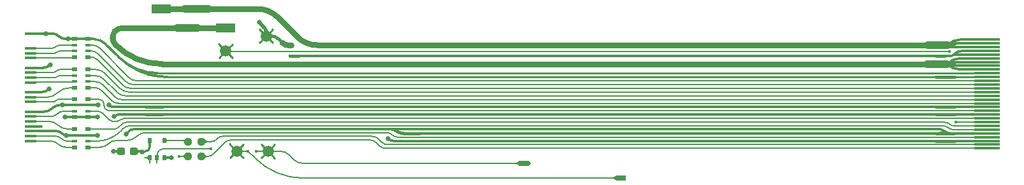
<source format=gbr>
%TF.GenerationSoftware,KiCad,Pcbnew,(6.0.7)*%
%TF.CreationDate,2023-11-27T18:07:28+01:00*%
%TF.ProjectId,rcp2n64adv2,72637032-6e36-4346-9164-76322e6b6963,v20231105*%
%TF.SameCoordinates,Original*%
%TF.FileFunction,Copper,L1,Top*%
%TF.FilePolarity,Positive*%
%FSLAX46Y46*%
G04 Gerber Fmt 4.6, Leading zero omitted, Abs format (unit mm)*
G04 Created by KiCad (PCBNEW (6.0.7)) date 2023-11-27 18:07:28*
%MOMM*%
%LPD*%
G01*
G04 APERTURE LIST*
G04 Aperture macros list*
%AMRoundRect*
0 Rectangle with rounded corners*
0 $1 Rounding radius*
0 $2 $3 $4 $5 $6 $7 $8 $9 X,Y pos of 4 corners*
0 Add a 4 corners polygon primitive as box body*
4,1,4,$2,$3,$4,$5,$6,$7,$8,$9,$2,$3,0*
0 Add four circle primitives for the rounded corners*
1,1,$1+$1,$2,$3*
1,1,$1+$1,$4,$5*
1,1,$1+$1,$6,$7*
1,1,$1+$1,$8,$9*
0 Add four rect primitives between the rounded corners*
20,1,$1+$1,$2,$3,$4,$5,0*
20,1,$1+$1,$4,$5,$6,$7,0*
20,1,$1+$1,$6,$7,$8,$9,0*
20,1,$1+$1,$8,$9,$2,$3,0*%
G04 Aperture macros list end*
%TA.AperFunction,NonConductor*%
%ADD10C,0.200000*%
%TD*%
%TA.AperFunction,SMDPad,CuDef*%
%ADD11C,1.500000*%
%TD*%
%TA.AperFunction,SMDPad,CuDef*%
%ADD12RoundRect,0.237500X0.300000X0.237500X-0.300000X0.237500X-0.300000X-0.237500X0.300000X-0.237500X0*%
%TD*%
%TA.AperFunction,SMDPad,CuDef*%
%ADD13R,0.800000X0.500000*%
%TD*%
%TA.AperFunction,SMDPad,CuDef*%
%ADD14R,0.800000X0.400000*%
%TD*%
%TA.AperFunction,SMDPad,CuDef*%
%ADD15RoundRect,0.237500X-0.250000X-0.237500X0.250000X-0.237500X0.250000X0.237500X-0.250000X0.237500X0*%
%TD*%
%TA.AperFunction,ComponentPad*%
%ADD16C,0.450000*%
%TD*%
%TA.AperFunction,SMDPad,CuDef*%
%ADD17R,1.350000X0.450000*%
%TD*%
%TA.AperFunction,ComponentPad*%
%ADD18C,1.200000*%
%TD*%
%TA.AperFunction,SMDPad,CuDef*%
%ADD19R,2.540000X1.270000*%
%TD*%
%TA.AperFunction,SMDPad,CuDef*%
%ADD20R,3.500000X0.300000*%
%TD*%
%TA.AperFunction,ComponentPad*%
%ADD21C,0.635000*%
%TD*%
%TA.AperFunction,SMDPad,CuDef*%
%ADD22R,1.270000X0.635000*%
%TD*%
%TA.AperFunction,SMDPad,CuDef*%
%ADD23R,0.510000X0.700000*%
%TD*%
%TA.AperFunction,ViaPad*%
%ADD24C,0.650000*%
%TD*%
%TA.AperFunction,ViaPad*%
%ADD25C,0.400000*%
%TD*%
%TA.AperFunction,ViaPad*%
%ADD26C,0.900000*%
%TD*%
%TA.AperFunction,Conductor*%
%ADD27C,0.200000*%
%TD*%
%TA.AperFunction,Conductor*%
%ADD28C,0.250000*%
%TD*%
%TA.AperFunction,Conductor*%
%ADD29C,0.300000*%
%TD*%
%TA.AperFunction,Conductor*%
%ADD30C,0.400000*%
%TD*%
%TA.AperFunction,Conductor*%
%ADD31C,0.500000*%
%TD*%
%TA.AperFunction,Conductor*%
%ADD32C,0.800000*%
%TD*%
%TA.AperFunction,Conductor*%
%ADD33C,1.000000*%
%TD*%
G04 APERTURE END LIST*
D10*
X106580000Y-109990000D02*
X106930000Y-109780000D01*
X150890000Y-110880000D02*
X151340000Y-110670000D01*
X109740000Y-110000000D02*
X109380000Y-109790000D01*
X104520000Y-110160000D02*
X104170000Y-110380000D01*
X109740000Y-110000000D02*
X109460000Y-110160000D01*
X104570000Y-107850000D02*
X104140000Y-107660000D01*
X104520000Y-110160000D02*
X104230000Y-109970000D01*
X163760000Y-112890000D02*
X164290000Y-113110000D01*
X101790000Y-110170000D02*
X102090000Y-109960000D01*
X97600000Y-109350000D02*
X97970000Y-109590000D01*
X109770000Y-108000000D02*
X109430000Y-107800000D01*
X106580000Y-107850000D02*
X106980000Y-108120000D01*
X100800000Y-109350000D02*
X100420000Y-109630000D01*
X101790000Y-110170000D02*
X102080000Y-110390000D01*
X106580000Y-109990000D02*
X106970000Y-110250000D01*
X104590000Y-107850000D02*
X104090000Y-108020000D01*
X151230000Y-110880000D02*
X151780000Y-110670000D01*
X100800000Y-109350000D02*
X100460000Y-109100000D01*
X97600000Y-109350000D02*
X98010000Y-109100000D01*
X151230000Y-110880000D02*
X151790000Y-111100000D01*
X150890000Y-110880000D02*
X151300000Y-111090000D01*
X109790000Y-108000000D02*
X109370000Y-108250000D01*
X163760000Y-112890000D02*
X164280000Y-112670000D01*
D11*
%TO.P,J3.1,1,Pin_1*%
%TO.N,GND*%
X117650000Y-93950000D03*
%TD*%
D12*
%TO.P,C1,1*%
%TO.N,+3.3VA*%
X100062500Y-109350000D03*
%TO.P,C1,2*%
%TO.N,GND*%
X98337500Y-109350000D03*
%TD*%
D13*
%TO.P,RN4,1,R1.1*%
%TO.N,Net-(RN4-Pad1)*%
X92160000Y-106370000D03*
D14*
%TO.P,RN4,2,R2.1*%
%TO.N,GND*%
X92160000Y-107170000D03*
%TO.P,RN4,3,R3.1*%
%TO.N,Net-(RN4-Pad3)*%
X92160000Y-107970000D03*
D13*
%TO.P,RN4,4,R4.1*%
%TO.N,Net-(RN4-Pad4)*%
X92160000Y-108770000D03*
%TO.P,RN4,5,R4.2*%
%TO.N,Net-(J6-Pad27)*%
X93960000Y-108770000D03*
D14*
%TO.P,RN4,6,R3.2*%
%TO.N,Net-(J6-Pad25)*%
X93960000Y-107970000D03*
%TO.P,RN4,7,R2.2*%
%TO.N,GND*%
X93960000Y-107170000D03*
D13*
%TO.P,RN4,8,R1.2*%
%TO.N,Net-(J6-Pad24)*%
X93960000Y-106370000D03*
%TD*%
%TO.P,RN3,1,R1.1*%
%TO.N,Net-(RN3-Pad1)*%
X92160000Y-102350000D03*
D14*
%TO.P,RN3,2,R2.1*%
%TO.N,GND*%
X92160000Y-103150000D03*
%TO.P,RN3,3,R3.1*%
%TO.N,Net-(RN3-Pad3)*%
X92160000Y-103950000D03*
D13*
%TO.P,RN3,4,R4.1*%
%TO.N,GND*%
X92160000Y-104750000D03*
%TO.P,RN3,5,R4.2*%
X93960000Y-104750000D03*
D14*
%TO.P,RN3,6,R3.2*%
%TO.N,Net-(J6-Pad22)*%
X93960000Y-103950000D03*
%TO.P,RN3,7,R2.2*%
%TO.N,GND*%
X93960000Y-103150000D03*
D13*
%TO.P,RN3,8,R1.2*%
%TO.N,Net-(J6-Pad20)*%
X93960000Y-102350000D03*
%TD*%
D11*
%TO.P,J4.1,1,Pin_1*%
%TO.N,Net-(J4-Pad1)*%
X113750000Y-109280000D03*
%TD*%
D15*
%TO.P,R2,1*%
%TO.N,Net-(J5-Pad1)*%
X107257500Y-110000000D03*
%TO.P,R2,2*%
%TO.N,Net-(J6-Pad30)*%
X109082500Y-110000000D03*
%TD*%
D13*
%TO.P,RN2,1,R1.1*%
%TO.N,Net-(RN2-Pad1)*%
X92160000Y-98420000D03*
D14*
%TO.P,RN2,2,R2.1*%
%TO.N,Net-(RN2-Pad2)*%
X92160000Y-99220000D03*
%TO.P,RN2,3,R3.1*%
%TO.N,Net-(RN2-Pad3)*%
X92160000Y-100020000D03*
D13*
%TO.P,RN2,4,R4.1*%
%TO.N,Net-(RN2-Pad4)*%
X92160000Y-100820000D03*
%TO.P,RN2,5,R4.2*%
%TO.N,Net-(J6-Pad18)*%
X93960000Y-100820000D03*
D14*
%TO.P,RN2,6,R3.2*%
%TO.N,Net-(J6-Pad17)*%
X93960000Y-100020000D03*
%TO.P,RN2,7,R2.2*%
%TO.N,Net-(J6-Pad16)*%
X93960000Y-99220000D03*
D13*
%TO.P,RN2,8,R1.2*%
%TO.N,Net-(J6-Pad15)*%
X93960000Y-98420000D03*
%TD*%
D16*
%TO.P,X2,1,Pin_1*%
%TO.N,+3.3VA*%
X86435000Y-105980000D03*
D17*
X86435000Y-105980000D03*
D16*
X85760000Y-105980000D03*
%TD*%
D18*
%TO.P,J1,1,Pin_1*%
%TO.N,+5V*%
X104307500Y-90365000D03*
X103037500Y-90365000D03*
D19*
X103712500Y-90365000D03*
%TD*%
D11*
%TO.P,J3,1,Pin_1*%
%TO.N,Net-(J3-Pad1)*%
X112300000Y-95950000D03*
%TD*%
D20*
%TO.P,J6,1,Pin_1*%
%TO.N,+5V*%
X213405000Y-94420000D03*
%TO.P,J6,2,Pin_2*%
X213405000Y-94920000D03*
%TO.P,J6,3,Pin_3*%
X213405000Y-95420000D03*
%TO.P,J6,4,Pin_4*%
%TO.N,GND*%
X213405000Y-95920000D03*
%TO.P,J6,5,Pin_5*%
X213405000Y-96420000D03*
%TO.P,J6,6,Pin_6*%
%TO.N,+3V3*%
X213405000Y-96920000D03*
%TO.P,J6,7,Pin_7*%
X213405000Y-97420000D03*
%TO.P,J6,8,Pin_8*%
X213405000Y-97920000D03*
%TO.P,J6,9,Pin_9*%
X213405000Y-98420000D03*
%TO.P,J6,10,Pin_10*%
%TO.N,GND*%
X213405000Y-98920000D03*
%TO.P,J6,11,Pin_11*%
X213405000Y-99420000D03*
%TO.P,J6,12,Pin_12*%
%TO.N,Net-(J6-Pad12)*%
X213405000Y-99920000D03*
%TO.P,J6,13,Pin_13*%
%TO.N,Net-(J6-Pad13)*%
X213405000Y-100420000D03*
%TO.P,J6,14,Pin_14*%
%TO.N,Net-(J6-Pad14)*%
X213405000Y-100920000D03*
%TO.P,J6,15,Pin_15*%
%TO.N,Net-(J6-Pad15)*%
X213405000Y-101420000D03*
%TO.P,J6,16,Pin_16*%
%TO.N,Net-(J6-Pad16)*%
X213405000Y-101920000D03*
%TO.P,J6,17,Pin_17*%
%TO.N,Net-(J6-Pad17)*%
X213405000Y-102420000D03*
%TO.P,J6,18,Pin_18*%
%TO.N,Net-(J6-Pad18)*%
X213405000Y-102920000D03*
%TO.P,J6,19,Pin_19*%
%TO.N,GND*%
X213405000Y-103420000D03*
%TO.P,J6,20,Pin_20*%
%TO.N,Net-(J6-Pad20)*%
X213405000Y-103920000D03*
%TO.P,J6,21,Pin_21*%
%TO.N,GND*%
X213405000Y-104420000D03*
%TO.P,J6,22,Pin_22*%
%TO.N,Net-(J6-Pad22)*%
X213405000Y-104920000D03*
%TO.P,J6,23,Pin_23*%
%TO.N,Net-(J3-Pad1)*%
X213405000Y-105420000D03*
%TO.P,J6,24,Pin_24*%
%TO.N,Net-(J6-Pad24)*%
X213405000Y-105920000D03*
%TO.P,J6,25,Pin_25*%
%TO.N,Net-(J6-Pad25)*%
X213405000Y-106420000D03*
%TO.P,J6,26,Pin_26*%
%TO.N,GND*%
X213405000Y-106920000D03*
%TO.P,J6,27,Pin_27*%
%TO.N,Net-(J6-Pad27)*%
X213405000Y-107420000D03*
%TO.P,J6,28,Pin_28*%
%TO.N,GND*%
X213405000Y-107920000D03*
%TO.P,J6,29,Pin_29*%
%TO.N,Net-(J6-Pad29)*%
X213405000Y-108420000D03*
%TO.P,J6,30,Pin_30*%
%TO.N,Net-(J6-Pad30)*%
X213405000Y-108920000D03*
%TD*%
D15*
%TO.P,R1,1*%
%TO.N,Net-(R1-Pad1)*%
X107257500Y-108000000D03*
%TO.P,R1,2*%
%TO.N,Net-(J6-Pad29)*%
X109082500Y-108000000D03*
%TD*%
D13*
%TO.P,RN1,1,R1.1*%
%TO.N,GND*%
X92160000Y-94350000D03*
D14*
%TO.P,RN1,2,R2.1*%
%TO.N,Net-(RN1-Pad2)*%
X92160000Y-95150000D03*
%TO.P,RN1,3,R3.1*%
%TO.N,Net-(RN1-Pad3)*%
X92160000Y-95950000D03*
D13*
%TO.P,RN1,4,R4.1*%
%TO.N,Net-(RN1-Pad4)*%
X92160000Y-96750000D03*
%TO.P,RN1,5,R4.2*%
%TO.N,Net-(J6-Pad14)*%
X93960000Y-96750000D03*
D14*
%TO.P,RN1,6,R3.2*%
%TO.N,Net-(J6-Pad13)*%
X93960000Y-95950000D03*
%TO.P,RN1,7,R2.2*%
%TO.N,Net-(J6-Pad12)*%
X93960000Y-95150000D03*
D13*
%TO.P,RN1,8,R1.2*%
%TO.N,GND*%
X93960000Y-94350000D03*
%TD*%
D21*
%TO.P,J5,1,Pin_1*%
%TO.N,Net-(J5-Pad1)*%
X151790000Y-110880000D03*
D22*
X151810000Y-110880000D03*
D21*
X152485000Y-110880000D03*
%TD*%
D11*
%TO.P,J5.1,1,Pin_1*%
%TO.N,Net-(J5-Pad1)*%
X117920000Y-109280000D03*
%TD*%
D18*
%TO.P,J2,1,Pin_1*%
%TO.N,+3V3*%
X112925000Y-92870000D03*
X111655000Y-92870000D03*
D19*
X112250000Y-92870000D03*
%TD*%
D16*
%TO.P,X1,6,SCLK*%
%TO.N,Net-(RN4-Pad4)*%
X86430000Y-107930000D03*
X85755000Y-107930000D03*
D17*
X86430000Y-107930000D03*
D16*
%TO.P,X1,7,SDATA*%
%TO.N,Net-(RN4-Pad3)*%
X86430000Y-107280000D03*
X85755000Y-107280000D03*
D17*
X86430000Y-107280000D03*
D16*
%TO.P,X1,8,GND*%
%TO.N,GND*%
X86430000Y-106630000D03*
X85755000Y-106630000D03*
D17*
X86430000Y-106630000D03*
D16*
%TO.P,X1,10,LRCLK*%
%TO.N,Net-(RN4-Pad1)*%
X86430000Y-105330000D03*
X85755000Y-105330000D03*
D17*
X86430000Y-105330000D03*
D16*
%TO.P,X1,11,VCLK*%
%TO.N,Net-(RN3-Pad3)*%
X85755000Y-104680000D03*
X86430000Y-104680000D03*
D17*
X86430000Y-104680000D03*
D16*
%TO.P,X1,12,GND*%
%TO.N,GND*%
X86430000Y-104030000D03*
X85755000Y-104030000D03*
D17*
X86430000Y-104030000D03*
D16*
%TO.P,X1,14,nDSYNC*%
%TO.N,Net-(RN3-Pad1)*%
X86430000Y-102730000D03*
D17*
X86430000Y-102730000D03*
D16*
X85755000Y-102730000D03*
%TO.P,X1,15,D6*%
%TO.N,Net-(RN2-Pad4)*%
X85755000Y-102080000D03*
X86430000Y-102080000D03*
D17*
X86430000Y-102080000D03*
%TO.P,X1,16,GND*%
%TO.N,GND*%
X86430000Y-101430000D03*
D16*
X85755000Y-101430000D03*
X86430000Y-101430000D03*
%TO.P,X1,18,D5*%
%TO.N,Net-(RN2-Pad3)*%
X86430000Y-100130000D03*
X85755000Y-100130000D03*
D17*
X86430000Y-100130000D03*
D16*
%TO.P,X1,19,D4*%
%TO.N,Net-(RN2-Pad2)*%
X85755000Y-99480000D03*
D17*
X86430000Y-99480000D03*
D16*
X86430000Y-99480000D03*
%TO.P,X1,20,D3*%
%TO.N,Net-(RN2-Pad1)*%
X86430000Y-98830000D03*
X85755000Y-98830000D03*
D17*
X86430000Y-98830000D03*
D16*
%TO.P,X1,21,GND*%
%TO.N,GND*%
X86430000Y-98180000D03*
X85755000Y-98180000D03*
D17*
X86430000Y-98180000D03*
D16*
%TO.P,X1,23,D2*%
%TO.N,Net-(RN1-Pad4)*%
X86430000Y-96880000D03*
D17*
X86430000Y-96880000D03*
D16*
X85755000Y-96880000D03*
D17*
%TO.P,X1,24,D1*%
%TO.N,Net-(RN1-Pad3)*%
X86430000Y-96230000D03*
D16*
X85755000Y-96230000D03*
X86430000Y-96230000D03*
%TO.P,X1,25,D0*%
%TO.N,Net-(RN1-Pad2)*%
X86430000Y-95580000D03*
X85755000Y-95580000D03*
D17*
X86430000Y-95580000D03*
%TO.P,X1,28,GND*%
%TO.N,GND*%
X86430000Y-93630000D03*
D16*
X85755000Y-93630000D03*
X86430000Y-93630000D03*
%TD*%
D23*
%TO.P,U1,1*%
%TO.N,N/C*%
X102200000Y-110170000D03*
%TO.P,U1,2*%
%TO.N,Net-(J4-Pad1)*%
X103150000Y-110170000D03*
%TO.P,U1,3,GND*%
%TO.N,GND*%
X104100000Y-110170000D03*
%TO.P,U1,4*%
%TO.N,Net-(R1-Pad1)*%
X104100000Y-107850000D03*
%TO.P,U1,5,VCC*%
%TO.N,+3.3VA*%
X102200000Y-107850000D03*
%TD*%
D21*
%TO.P,J4,1,Pin_1*%
%TO.N,Net-(J4-Pad1)*%
X164280000Y-112890000D03*
X164975000Y-112890000D03*
D22*
X164810000Y-112890000D03*
%TD*%
D24*
%TO.N,+3.3VA*%
X101200000Y-109360000D03*
%TO.N,GND*%
X91350000Y-94350000D03*
X91113553Y-107170000D03*
D25*
X207780000Y-106920000D03*
X206700000Y-103420000D03*
X136030000Y-106920000D03*
X209080000Y-107920000D03*
X102780000Y-103420000D03*
X209080000Y-103420000D03*
X207800000Y-104420000D03*
X209080000Y-104420000D03*
X103880000Y-103420000D03*
D24*
X133860000Y-107640000D03*
X96750000Y-103150000D03*
D25*
X206680000Y-106920000D03*
D24*
X95260000Y-104750000D03*
X97420000Y-104630000D03*
D25*
X207800000Y-103420000D03*
X122020000Y-96600000D03*
X102780000Y-104420000D03*
D24*
X88950000Y-97800000D03*
X105060000Y-110160000D03*
D25*
X206700000Y-104420000D03*
X137080000Y-106920000D03*
D24*
X102060000Y-98950000D03*
D25*
X207780000Y-107920000D03*
D24*
X99080000Y-107050000D03*
X95220000Y-107160000D03*
D25*
X206680000Y-107920000D03*
X207800000Y-96600000D03*
D24*
X119800000Y-94850000D03*
X90940000Y-104750000D03*
D25*
X134730000Y-106430000D03*
X138030000Y-106920000D03*
X120780000Y-96610000D03*
D24*
X95290000Y-103150000D03*
X90610000Y-103150000D03*
X88780000Y-101030000D03*
X120950000Y-95200000D03*
D25*
X103880000Y-104420000D03*
D24*
X88350000Y-93630000D03*
D25*
X101680000Y-103420000D03*
X100900000Y-98600000D03*
X101680000Y-104420000D03*
X206700000Y-99420000D03*
X207800000Y-99420000D03*
X209030000Y-106920000D03*
D24*
X97320000Y-109350000D03*
X116750000Y-92150000D03*
D25*
X206700000Y-96600000D03*
X209080000Y-99420000D03*
D26*
%TO.N,+5V*%
X109960000Y-90370000D03*
X206820000Y-95170000D03*
X106880000Y-90370000D03*
X108380000Y-90370000D03*
X208160000Y-95170000D03*
X205540000Y-95170000D03*
D25*
%TO.N,Net-(J3-Pad1)*%
X209330000Y-105420000D03*
X208400000Y-96050000D03*
%TO.N,Net-(J4-Pad1)*%
X110330000Y-109010000D03*
X115230000Y-109280000D03*
%TO.N,Net-(J5-Pad1)*%
X106120000Y-109990000D03*
X116360000Y-109270000D03*
D26*
%TO.N,+3V3*%
X206750000Y-97680000D03*
X108570000Y-92870000D03*
X105810000Y-92870000D03*
X208100000Y-97680000D03*
X205440000Y-97680000D03*
X107220000Y-92870000D03*
%TD*%
D27*
%TO.N,*%
X102200000Y-110160000D02*
X102200000Y-110820000D01*
X102200000Y-110170000D02*
X101550000Y-110170000D01*
D28*
%TO.N,+3.3VA*%
X101200000Y-109360000D02*
X101190000Y-109350000D01*
D29*
X86435000Y-105980000D02*
X87750000Y-105980000D01*
D28*
X101464731Y-109360000D02*
X101200000Y-109360000D01*
D29*
X102200000Y-107850000D02*
X102200000Y-108695442D01*
X101190000Y-109350000D02*
X100062500Y-109350000D01*
X101464731Y-109360012D02*
G75*
G03*
X102019999Y-109129999I-31J785312D01*
G01*
X102019988Y-109129988D02*
G75*
G03*
X102200000Y-108695442I-434588J434588D01*
G01*
%TO.N,GND*%
X208280000Y-103420000D02*
X207480000Y-103420000D01*
X135867401Y-107920000D02*
X134535979Y-107920000D01*
X91113553Y-107170000D02*
X92160000Y-107170000D01*
X206680000Y-107920000D02*
X135867401Y-107920000D01*
D28*
X117650000Y-93950000D02*
X118510000Y-93090000D01*
X117650000Y-93950000D02*
X118530000Y-94830000D01*
X117650000Y-93950000D02*
X116760000Y-94840000D01*
D29*
X207780000Y-106920000D02*
X209030000Y-106920000D01*
D30*
X209080000Y-107920000D02*
X206680000Y-107920000D01*
D29*
X137080000Y-106920000D02*
X138030000Y-106920000D01*
X206680000Y-106920000D02*
X206960000Y-106920000D01*
X206700000Y-96600000D02*
X122020000Y-96600000D01*
D30*
X206700000Y-103420000D02*
X209080000Y-103420000D01*
D28*
X119783884Y-94833883D02*
X119800000Y-94850000D01*
D31*
X117650000Y-93950000D02*
X117650000Y-93326454D01*
D29*
X101680000Y-103420000D02*
X97860000Y-103420000D01*
X207007452Y-106920000D02*
X206960000Y-106920000D01*
X102780000Y-103420000D02*
X101680000Y-103420000D01*
D28*
X208280000Y-99420000D02*
X207480000Y-99420000D01*
X207480000Y-99420000D02*
X104547883Y-99420000D01*
D30*
X117650000Y-93950000D02*
X118314105Y-93950000D01*
D29*
X213405000Y-104420000D02*
X209080000Y-104420000D01*
X99080000Y-107050000D02*
X99080000Y-107048715D01*
X208552548Y-106920000D02*
X209030000Y-106920000D01*
X134169168Y-106360000D02*
X207200589Y-106360000D01*
X136030000Y-106920000D02*
X137080000Y-106920000D01*
X209080000Y-103420000D02*
X208280000Y-103420000D01*
X209080000Y-104420000D02*
X208280000Y-104420000D01*
D30*
X119783884Y-94833883D02*
X119314271Y-94364278D01*
D29*
X103880000Y-104420000D02*
X102780000Y-104420000D01*
X138030000Y-106920000D02*
X206680000Y-106920000D01*
X86430000Y-101430000D02*
X87814315Y-101430000D01*
X90262253Y-103150000D02*
X90610000Y-103150000D01*
X213405000Y-107920000D02*
X209080000Y-107920000D01*
X213405000Y-96420000D02*
X209073907Y-96420000D01*
D28*
X209080000Y-99420000D02*
X208280000Y-99420000D01*
D29*
X86430000Y-98180000D02*
X88032599Y-98180000D01*
X208280000Y-104420000D02*
X207480000Y-104420000D01*
D28*
X103340777Y-98920000D02*
X104000000Y-98920000D01*
D29*
X86430000Y-104030000D02*
X88137747Y-104030000D01*
X213405000Y-103420000D02*
X209080000Y-103420000D01*
X208896527Y-96493473D02*
X208862205Y-96527795D01*
X207480000Y-104420000D02*
X103880000Y-104420000D01*
D30*
X138030000Y-106920000D02*
X135912964Y-106920000D01*
D29*
X92160000Y-107170000D02*
X93960000Y-107170000D01*
X209030000Y-106920000D02*
X213405000Y-106920000D01*
X135521126Y-106920000D02*
X136030000Y-106920000D01*
D30*
X206700000Y-99420000D02*
X209080000Y-99420000D01*
D29*
X86430000Y-93630000D02*
X88350000Y-93630000D01*
D30*
X122020000Y-96600000D02*
X120804142Y-96600000D01*
D29*
X93960000Y-94350000D02*
X94710239Y-94350000D01*
D30*
X101680000Y-103420000D02*
X103880000Y-103420000D01*
X101680000Y-104420000D02*
X103880000Y-104420000D01*
D29*
X91001543Y-94350000D02*
X91350000Y-94350000D01*
X102780000Y-104420000D02*
X101680000Y-104420000D01*
X92160000Y-104750000D02*
X93960000Y-104750000D01*
X213405000Y-95920000D02*
X210281013Y-95920000D01*
X88350000Y-93630000D02*
X89263310Y-93630000D01*
X92160000Y-94350000D02*
X93960000Y-94350000D01*
X207480000Y-103420000D02*
X103880000Y-103420000D01*
X207780000Y-107920000D02*
X206680000Y-107920000D01*
D31*
X116750000Y-92150000D02*
X117454518Y-92854518D01*
D29*
X96297440Y-95007440D02*
X97996206Y-96706206D01*
D30*
X206700000Y-96600000D02*
X207800000Y-96600000D01*
D29*
X206960000Y-106920000D02*
X207780000Y-106920000D01*
X103880000Y-103420000D02*
X102780000Y-103420000D01*
X99080000Y-107048715D02*
X99670056Y-106458659D01*
X90610000Y-103150000D02*
X92160000Y-103150000D01*
D30*
X209030000Y-106920000D02*
X206680000Y-106920000D01*
D28*
X117650000Y-93950000D02*
X116790000Y-93090000D01*
D29*
X91350000Y-94350000D02*
X92160000Y-94350000D01*
X97320000Y-109350000D02*
X98337500Y-109350000D01*
X93960000Y-104750000D02*
X95260000Y-104750000D01*
D28*
X213405000Y-99420000D02*
X209080000Y-99420000D01*
D30*
X206700000Y-104420000D02*
X209080000Y-104420000D01*
D29*
X93960000Y-103150000D02*
X95290000Y-103150000D01*
X105060000Y-110160000D02*
X104124142Y-110160000D01*
X208687886Y-96600000D02*
X207800000Y-96600000D01*
X209080000Y-103420000D02*
X206748284Y-103420000D01*
X86430000Y-106630000D02*
X89809879Y-106630000D01*
D32*
X120950000Y-95200000D02*
X120644974Y-95200000D01*
D29*
X93960000Y-107170000D02*
X95195858Y-107170000D01*
X92160000Y-104750000D02*
X90940000Y-104750000D01*
X209080000Y-107920000D02*
X207780000Y-107920000D01*
X101680000Y-104420000D02*
X97926984Y-104420000D01*
X100073553Y-106360000D02*
X134169168Y-106360000D01*
D28*
X104000000Y-98920000D02*
X213405000Y-98920000D01*
D29*
X97860000Y-103420000D02*
X97401837Y-103420000D01*
X92160000Y-103150000D02*
X93960000Y-103150000D01*
X97420004Y-104630004D02*
G75*
G02*
X97926984Y-104420000I506996J-506996D01*
G01*
X207780003Y-106599997D02*
G75*
G03*
X207200589Y-106360000I-579403J-579403D01*
G01*
D32*
X119800007Y-94849993D02*
G75*
G03*
X120644974Y-95200000I844993J844993D01*
G01*
D29*
X90262253Y-103149952D02*
G75*
G03*
X89200000Y-103590000I47J-1502248D01*
G01*
X96297412Y-95007468D02*
G75*
G03*
X94710239Y-94350000I-1587212J-1587132D01*
G01*
X135521126Y-106919988D02*
G75*
G02*
X134990001Y-106699999I-26J751088D01*
G01*
X104099988Y-110169988D02*
G75*
G02*
X104124142Y-110160000I24112J-24112D01*
G01*
X207007452Y-106919979D02*
G75*
G03*
X207779999Y-106599999I48J1092479D01*
G01*
D30*
X119314277Y-94364272D02*
G75*
G03*
X118314105Y-93950000I-1000177J-1000228D01*
G01*
X134730010Y-106429990D02*
G75*
G03*
X135912964Y-106920000I1182990J1182990D01*
G01*
D29*
X90059997Y-93960003D02*
G75*
G03*
X89263310Y-93630000I-796697J-796697D01*
G01*
X95220012Y-107160012D02*
G75*
G02*
X95195858Y-107170000I-24112J24112D01*
G01*
X208896512Y-96493458D02*
G75*
G02*
X210281013Y-95920000I1384488J-1384542D01*
G01*
X96749989Y-103150011D02*
G75*
G03*
X97401837Y-103420000I651811J651811D01*
G01*
X208552548Y-106919979D02*
G75*
G02*
X207780001Y-106599999I-48J1092479D01*
G01*
X89199987Y-103589987D02*
G75*
G02*
X88137747Y-104030000I-1062287J1062287D01*
G01*
X206700005Y-103399995D02*
G75*
G03*
X206748284Y-103420000I48295J48295D01*
G01*
X91113553Y-107170019D02*
G75*
G02*
X90510000Y-106920000I47J853619D01*
G01*
X120779988Y-96609988D02*
G75*
G02*
X120804142Y-96600000I24112J-24112D01*
G01*
X88950000Y-97800000D02*
G75*
G02*
X88032599Y-98180000I-917400J917400D01*
G01*
X133860006Y-107639994D02*
G75*
G03*
X134535979Y-107920000I675994J675994D01*
G01*
D31*
X117650038Y-93326454D02*
G75*
G03*
X117454518Y-92854518I-667438J-46D01*
G01*
D29*
X91001543Y-94349982D02*
G75*
G02*
X90060000Y-93960000I-43J1331482D01*
G01*
X208687886Y-96599997D02*
G75*
G03*
X208862205Y-96527795I14J246497D01*
G01*
X208896514Y-96493460D02*
G75*
G02*
X209073907Y-96420000I177386J-177440D01*
G01*
X134990010Y-106699990D02*
G75*
G03*
X134169168Y-106360000I-820810J-820810D01*
G01*
X103340777Y-98920005D02*
G75*
G02*
X97996207Y-96706205I23J7558405D01*
G01*
X100073553Y-106360022D02*
G75*
G03*
X99670056Y-106458660I5247J-896078D01*
G01*
X104547883Y-99420002D02*
G75*
G02*
X97996207Y-96706205I17J9265502D01*
G01*
X88779996Y-101029996D02*
G75*
G02*
X87814315Y-101430000I-965696J965696D01*
G01*
X90510006Y-106919994D02*
G75*
G03*
X89809879Y-106630000I-700106J-700106D01*
G01*
%TO.N,+5V*%
X208763553Y-95420000D02*
X207423553Y-95420000D01*
D32*
X205540000Y-95170000D02*
X124431492Y-95170000D01*
D29*
X213405000Y-95420000D02*
X208763553Y-95420000D01*
D32*
X116630000Y-90370000D02*
X109960000Y-90370000D01*
D29*
X213405000Y-94920000D02*
X209380000Y-94920000D01*
D32*
X106880000Y-90370000D02*
X104319571Y-90370000D01*
X109960000Y-90370000D02*
X108380000Y-90370000D01*
D29*
X213405000Y-94420000D02*
X209970660Y-94420000D01*
D32*
X208160000Y-95170000D02*
X206820000Y-95170000D01*
X121800000Y-94080000D02*
X119122376Y-91402376D01*
D29*
X208776447Y-95170000D02*
X208160000Y-95170000D01*
D32*
X206820000Y-95170000D02*
X205540000Y-95170000D01*
D33*
X205540000Y-95170000D02*
X208160000Y-95170000D01*
D32*
X108380000Y-90370000D02*
X106880000Y-90370000D01*
D29*
X209380000Y-94920000D02*
X208763553Y-94920000D01*
D33*
X106880000Y-90370000D02*
X109960000Y-90370000D01*
D32*
X104307508Y-90364992D02*
G75*
G03*
X104319571Y-90370000I12092J12092D01*
G01*
D29*
X208160014Y-95170014D02*
G75*
G02*
X208763553Y-94920000I603586J-603586D01*
G01*
X206820014Y-95169986D02*
G75*
G03*
X207423553Y-95420000I603586J603586D01*
G01*
X208160014Y-95169986D02*
G75*
G03*
X208763553Y-95420000I603586J603586D01*
G01*
D32*
X121800002Y-94079998D02*
G75*
G03*
X124431492Y-95170000I2631498J2631498D01*
G01*
D29*
X208776447Y-95170019D02*
G75*
G03*
X209380000Y-94920000I-47J853619D01*
G01*
D32*
X116630000Y-90369985D02*
G75*
G02*
X119122376Y-91402376I0J-3524715D01*
G01*
D29*
X208160012Y-95170012D02*
G75*
G02*
X209970660Y-94420000I1810688J-1810688D01*
G01*
D28*
%TO.N,Net-(J3-Pad1)*%
X112300000Y-95950000D02*
X111410000Y-96840000D01*
D27*
X208400000Y-96050000D02*
X112400000Y-96050000D01*
D28*
X112300000Y-95950000D02*
X113200000Y-96850000D01*
X112300000Y-95950000D02*
X111350000Y-95000000D01*
D27*
X209330000Y-105420000D02*
X213405000Y-105420000D01*
D28*
X112300000Y-95950000D02*
X113200000Y-95050000D01*
D27*
X112400000Y-96050000D02*
X112300000Y-95950000D01*
%TO.N,Net-(J4-Pad1)*%
X115230000Y-109280000D02*
X116139563Y-110189563D01*
X103864558Y-109010000D02*
X110330000Y-109010000D01*
X103150000Y-110204852D02*
X103150000Y-110820000D01*
D28*
X113740000Y-109290000D02*
X114640000Y-110190000D01*
D27*
X164280000Y-112890000D02*
X122658994Y-112890000D01*
D28*
X113740000Y-109290000D02*
X112850000Y-110180000D01*
D27*
X113840000Y-109390000D02*
X113740000Y-109290000D01*
X115230000Y-109280000D02*
X113750000Y-109280000D01*
D28*
X113740000Y-109290000D02*
X114640000Y-108390000D01*
X113740000Y-109290000D02*
X112760000Y-108310000D01*
D27*
X103150000Y-109865979D02*
X103150000Y-110170000D01*
X103430012Y-109190012D02*
G75*
G02*
X103864558Y-109010000I434588J-434588D01*
G01*
X103149992Y-109865979D02*
G75*
G02*
X103430000Y-109190000I956008J-21D01*
G01*
X116139559Y-110189567D02*
G75*
G03*
X122658994Y-112890000I6519441J6519467D01*
G01*
D28*
%TO.N,Net-(J5-Pad1)*%
X117920000Y-109300000D02*
X117030000Y-110190000D01*
D27*
X106120000Y-109990000D02*
X107233358Y-109990000D01*
X118020000Y-109400000D02*
X117920000Y-109300000D01*
X151790000Y-110880000D02*
X122393969Y-110880000D01*
X121380000Y-110460000D02*
X120756778Y-109836778D01*
X119412597Y-109280000D02*
X117920000Y-109280000D01*
D28*
X117920000Y-109300000D02*
X118820000Y-110200000D01*
X117920000Y-109300000D02*
X118820000Y-108400000D01*
D27*
X116370000Y-109280000D02*
X116360000Y-109270000D01*
X117920000Y-109280000D02*
X116370000Y-109280000D01*
D28*
X117920000Y-109300000D02*
X116960000Y-108340000D01*
D27*
X119412597Y-109280015D02*
G75*
G02*
X120756777Y-109836779I3J-1900985D01*
G01*
X121380009Y-110459991D02*
G75*
G03*
X122393969Y-110880000I1013991J1013991D01*
G01*
X107257512Y-109999988D02*
G75*
G03*
X107233358Y-109990000I-24112J-24112D01*
G01*
%TO.N,Net-(J6-Pad12)*%
X93960000Y-95150000D02*
X94519879Y-95150000D01*
X99390000Y-99470000D02*
X95458994Y-95538994D01*
X213405000Y-99920000D02*
X100476396Y-99920000D01*
X94519879Y-95150013D02*
G75*
G02*
X95458993Y-95538995I21J-1328087D01*
G01*
X99390001Y-99469999D02*
G75*
G03*
X100476396Y-99920000I1086399J1086399D01*
G01*
%TO.N,Net-(J6-Pad13)*%
X93960000Y-95950000D02*
X94433961Y-95950000D01*
X213405000Y-100420000D02*
X100040538Y-100420000D01*
X98930000Y-99960000D02*
X95263681Y-96293681D01*
X98929989Y-99960011D02*
G75*
G03*
X100040538Y-100420000I1110511J1110511D01*
G01*
X94433961Y-95950028D02*
G75*
G02*
X95263680Y-96293682I39J-1173372D01*
G01*
%TO.N,Net-(J6-Pad14)*%
X93960000Y-96750000D02*
X94403847Y-96750000D01*
X98520000Y-100440000D02*
X95131335Y-97051335D01*
X213405000Y-100920000D02*
X99678822Y-100920000D01*
X98519993Y-100440007D02*
G75*
G03*
X99678822Y-100920000I1158807J1158807D01*
G01*
X94403847Y-96749960D02*
G75*
G02*
X95131335Y-97051335I-47J-1028840D01*
G01*
%TO.N,Net-(J6-Pad15)*%
X98220000Y-100910000D02*
X96213806Y-98903806D01*
X213405000Y-101420000D02*
X99451248Y-101420000D01*
X93960000Y-98420000D02*
X95045795Y-98420000D01*
X95045795Y-98419999D02*
G75*
G02*
X96213806Y-98903806I5J-1651801D01*
G01*
X98219986Y-100910014D02*
G75*
G03*
X99451248Y-101420000I1231214J1231214D01*
G01*
%TO.N,Net-(J6-Pad16)*%
X213405000Y-101920000D02*
X98956396Y-101920000D01*
X93960000Y-99220000D02*
X94913362Y-99220000D01*
X97870000Y-101470000D02*
X96119668Y-99719668D01*
X97870001Y-101469999D02*
G75*
G03*
X98956396Y-101920000I1086399J1086399D01*
G01*
X94913362Y-99220035D02*
G75*
G02*
X96119667Y-99719669I38J-1705965D01*
G01*
%TO.N,Net-(J6-Pad17)*%
X93960000Y-100020000D02*
X94933261Y-100020000D01*
X213405000Y-102420000D02*
X98427401Y-102420000D01*
X97510000Y-102040000D02*
X95883673Y-100413673D01*
X94933261Y-100020032D02*
G75*
G02*
X95883673Y-100413673I39J-1344068D01*
G01*
X97510000Y-102040000D02*
G75*
G03*
X98427401Y-102420000I917400J917400D01*
G01*
%TO.N,Net-(J6-Pad18)*%
X93960000Y-100820000D02*
X94842639Y-100820000D01*
X97070000Y-102520000D02*
X95742900Y-101192900D01*
X213405000Y-102920000D02*
X98035685Y-102920000D01*
X97070004Y-102519996D02*
G75*
G03*
X98035685Y-102920000I965696J965696D01*
G01*
X94842639Y-100819984D02*
G75*
G02*
X95742900Y-101192900I-39J-1273216D01*
G01*
%TO.N,Net-(J6-Pad20)*%
X96070000Y-102893847D02*
X96070000Y-103161300D01*
X93960000Y-102350000D02*
X95384731Y-102350000D01*
X96984264Y-103920000D02*
X213405000Y-103920000D01*
X96984264Y-103920014D02*
G75*
G02*
X96260001Y-103619999I36J1024314D01*
G01*
X96260000Y-103620000D02*
G75*
G02*
X96070000Y-103161300I458700J458700D01*
G01*
X95939991Y-102580009D02*
G75*
G03*
X95384731Y-102350000I-555291J-555291D01*
G01*
X96069980Y-102893847D02*
G75*
G03*
X95940000Y-102580000I-443780J47D01*
G01*
%TO.N,Net-(J6-Pad22)*%
X96724939Y-105084939D02*
X95891594Y-104251594D01*
X95163481Y-103950000D02*
X93960000Y-103950000D01*
X213405000Y-104920000D02*
X98784558Y-104920000D01*
X97891300Y-105290000D02*
X97220000Y-105290000D01*
X97891300Y-105289999D02*
G75*
G03*
X98349999Y-105099999I0J648699D01*
G01*
X95163481Y-103950012D02*
G75*
G02*
X95891593Y-104251595I19J-1029688D01*
G01*
X98350012Y-105100012D02*
G75*
G02*
X98784558Y-104920000I434588J-434588D01*
G01*
X96724944Y-105084934D02*
G75*
G03*
X97220000Y-105290000I495056J495034D01*
G01*
%TO.N,Net-(J6-Pad24)*%
X93960000Y-106370000D02*
X97384021Y-106370000D01*
X99098406Y-105450000D02*
X207783310Y-105450000D01*
X98060000Y-106090000D02*
X98418284Y-105731716D01*
X208917989Y-105920000D02*
X213405000Y-105920000D01*
X208917989Y-105920004D02*
G75*
G02*
X208580000Y-105780000I11J478004D01*
G01*
X98059994Y-106089994D02*
G75*
G02*
X97384021Y-106370000I-675994J675994D01*
G01*
X99098406Y-105449994D02*
G75*
G03*
X98418284Y-105731716I-6J-961806D01*
G01*
X208579997Y-105780003D02*
G75*
G03*
X207783310Y-105450000I-796697J-796697D01*
G01*
%TO.N,Net-(J6-Pad25)*%
X95050884Y-107970000D02*
X93960000Y-107970000D01*
X213405000Y-106420000D02*
X208935979Y-106420000D01*
X98660000Y-106290000D02*
X98344092Y-106605908D01*
X207680589Y-105900000D02*
X99601543Y-105900000D01*
X208260006Y-106139994D02*
G75*
G03*
X208935979Y-106420000I675994J675994D01*
G01*
X98659987Y-106289987D02*
G75*
G02*
X99601543Y-105900000I941513J-941513D01*
G01*
X95050884Y-107969988D02*
G75*
G03*
X98344092Y-106605908I16J4657288D01*
G01*
X207680589Y-105900005D02*
G75*
G02*
X208260000Y-106140000I11J-819395D01*
G01*
%TO.N,Net-(J6-Pad27)*%
X93960000Y-108770000D02*
X95552894Y-108770000D01*
X97701543Y-107880000D02*
X99083899Y-107880000D01*
X135093553Y-107420000D02*
X213405000Y-107420000D01*
X101618822Y-106830000D02*
X133669168Y-106830000D01*
X97701543Y-107880018D02*
G75*
G03*
X96760000Y-108270000I-43J-1331482D01*
G01*
X135093553Y-107420019D02*
G75*
G02*
X134490000Y-107170000I47J853619D01*
G01*
X134490010Y-107169990D02*
G75*
G03*
X133669168Y-106830000I-820810J-820810D01*
G01*
X100460001Y-107310001D02*
G75*
G02*
X99083899Y-107880000I-1376101J1376101D01*
G01*
X101618822Y-106830010D02*
G75*
G03*
X100460000Y-107310000I-22J-1638790D01*
G01*
X96760002Y-108270002D02*
G75*
G02*
X95552894Y-108770000I-1207102J1207102D01*
G01*
%TO.N,Net-(J6-Pad29)*%
X133030000Y-108110000D02*
X132614122Y-107694122D01*
X131710911Y-107320000D02*
X111820000Y-107320000D01*
X111188371Y-107581630D02*
X111050000Y-107720000D01*
X110374021Y-108000000D02*
X109082500Y-108000000D01*
X213405000Y-108420000D02*
X133778406Y-108420000D01*
X133029998Y-108110002D02*
G75*
G03*
X133778406Y-108420000I748402J748402D01*
G01*
X131710911Y-107319983D02*
G75*
G02*
X132614122Y-107694122I-11J-1277317D01*
G01*
X110374021Y-108000008D02*
G75*
G03*
X111050000Y-107720000I-21J956008D01*
G01*
X111188362Y-107581621D02*
G75*
G02*
X111820000Y-107320000I631638J-631679D01*
G01*
%TO.N,Net-(J6-Pad30)*%
X132700000Y-108580000D02*
X132266483Y-108146483D01*
X131430000Y-107800000D02*
X112973565Y-107800000D01*
X109082500Y-110000000D02*
X109821992Y-110000000D01*
X213405000Y-108920000D02*
X133520832Y-108920000D01*
X112165139Y-108134861D02*
X110638002Y-109661998D01*
X112165154Y-108134876D02*
G75*
G02*
X112973565Y-107800000I808446J-808424D01*
G01*
X131430000Y-107800011D02*
G75*
G02*
X132266483Y-108146483I0J-1182989D01*
G01*
X109821992Y-109999998D02*
G75*
G03*
X110638002Y-109661998I8J1153998D01*
G01*
X132699990Y-108580010D02*
G75*
G03*
X133520832Y-108920000I820810J820810D01*
G01*
%TO.N,Net-(RN1-Pad2)*%
X89683422Y-95406578D02*
X89743581Y-95346419D01*
X90217779Y-95150000D02*
X92160000Y-95150000D01*
X86430000Y-95580000D02*
X89264744Y-95580000D01*
X89683400Y-95406556D02*
G75*
G02*
X89264744Y-95580000I-418700J418656D01*
G01*
X90217779Y-95149980D02*
G75*
G03*
X89743581Y-95346419I21J-670620D01*
G01*
%TO.N,Net-(RN1-Pad3)*%
X86430000Y-96230000D02*
X89567868Y-96230000D01*
X90243847Y-95950000D02*
X92160000Y-95950000D01*
X89930009Y-96080009D02*
G75*
G02*
X89567868Y-96230000I-362109J362109D01*
G01*
X90243847Y-95950020D02*
G75*
G03*
X89930000Y-96080000I-47J-443780D01*
G01*
%TO.N,Net-(RN1-Pad4)*%
X86430000Y-96880000D02*
X91846153Y-96880000D01*
X92160014Y-96750014D02*
G75*
G02*
X91846153Y-96880000I-313814J313814D01*
G01*
%TO.N,Net-(RN2-Pad1)*%
X90337695Y-98420000D02*
X92160000Y-98420000D01*
X86430000Y-98830000D02*
X89347868Y-98830000D01*
X89710009Y-98680009D02*
G75*
G02*
X89347868Y-98830000I-362109J362109D01*
G01*
X90337695Y-98419999D02*
G75*
G03*
X89710001Y-98680001I5J-887701D01*
G01*
%TO.N,Net-(RN2-Pad2)*%
X90253847Y-99220000D02*
X92160000Y-99220000D01*
X86430000Y-99480000D02*
X89626153Y-99480000D01*
X89940014Y-99350014D02*
G75*
G02*
X89626153Y-99480000I-313814J313814D01*
G01*
X90253847Y-99220020D02*
G75*
G03*
X89940000Y-99350000I-47J-443780D01*
G01*
%TO.N,Net-(RN2-Pad3)*%
X92160000Y-100021247D02*
X92160000Y-100020000D01*
X92131247Y-100050000D02*
X92160000Y-100021247D01*
X86430000Y-100130000D02*
X86510000Y-100050000D01*
X86510000Y-100050000D02*
X92131247Y-100050000D01*
%TO.N,Net-(RN2-Pad4)*%
X86430000Y-102080000D02*
X88679462Y-102080000D01*
X91721370Y-100820000D02*
X92160000Y-100820000D01*
X89790011Y-101620011D02*
G75*
G02*
X88679462Y-102080000I-1110511J1110511D01*
G01*
X91721370Y-100819988D02*
G75*
G03*
X89790000Y-101620000I30J-2731412D01*
G01*
%TO.N,Net-(RN3-Pad1)*%
X90135563Y-102350000D02*
X92160000Y-102350000D01*
X86430000Y-102730000D02*
X89218163Y-102730000D01*
X89870011Y-102460011D02*
G75*
G02*
X89218163Y-102730000I-651811J651811D01*
G01*
X90135563Y-102349985D02*
G75*
G03*
X89870000Y-102460000I37J-375615D01*
G01*
%TO.N,Net-(RN3-Pad3)*%
X90811543Y-103950000D02*
X92160000Y-103950000D01*
X86430000Y-104680000D02*
X89049168Y-104680000D01*
X89870010Y-104340010D02*
G75*
G02*
X89049168Y-104680000I-820810J820810D01*
G01*
X90811543Y-103950018D02*
G75*
G03*
X89870000Y-104340000I-43J-1331482D01*
G01*
%TO.N,Net-(RN4-Pad1)*%
X86430000Y-105330000D02*
X88884315Y-105330000D01*
X91395096Y-106370000D02*
X92160000Y-106370000D01*
X91395096Y-106370001D02*
G75*
G02*
X89850000Y-105730000I4J2185101D01*
G01*
X89849996Y-105730004D02*
G75*
G03*
X88884315Y-105330000I-965696J-965696D01*
G01*
%TO.N,Net-(RN4-Pad3)*%
X91280832Y-107970000D02*
X92160000Y-107970000D01*
X86430000Y-107280000D02*
X89615026Y-107280000D01*
X91280832Y-107969986D02*
G75*
G02*
X90460000Y-107630000I-32J1160786D01*
G01*
X90459993Y-107630007D02*
G75*
G03*
X89615026Y-107280000I-844993J-844993D01*
G01*
%TO.N,Net-(RN4-Pad4)*%
X91025685Y-108770000D02*
X92160000Y-108770000D01*
X86430000Y-107930000D02*
X88997747Y-107930000D01*
X91025685Y-108770006D02*
G75*
G02*
X90060000Y-108370000I15J1365706D01*
G01*
X90059987Y-108370013D02*
G75*
G03*
X88997747Y-107930000I-1062287J-1062287D01*
G01*
D32*
%TO.N,+3V3*%
X108570000Y-92870000D02*
X107220000Y-92870000D01*
X205760000Y-97680000D02*
X206750000Y-97680000D01*
X97260000Y-93939411D02*
X97260000Y-94226741D01*
D29*
X208850589Y-97680000D02*
X208100000Y-97680000D01*
X213405000Y-97420000D02*
X209380000Y-97420000D01*
D33*
X205440000Y-97680000D02*
X208100000Y-97680000D01*
D29*
X209430000Y-97920000D02*
X208679411Y-97920000D01*
D32*
X207110000Y-97680000D02*
X208100000Y-97680000D01*
X103810386Y-97680000D02*
X205440000Y-97680000D01*
D33*
X105810000Y-92870000D02*
X108570000Y-92870000D01*
D32*
X111655000Y-92870000D02*
X108570000Y-92870000D01*
X206750000Y-97680000D02*
X207110000Y-97680000D01*
X107220000Y-92870000D02*
X105810000Y-92870000D01*
D29*
X213405000Y-96920000D02*
X209934802Y-96920000D01*
D32*
X205440000Y-97680000D02*
X205760000Y-97680000D01*
D29*
X213405000Y-97920000D02*
X209430000Y-97920000D01*
D32*
X105810000Y-92870000D02*
X98682964Y-92870000D01*
D29*
X213405000Y-98420000D02*
X209886518Y-98420000D01*
X209380000Y-97420000D02*
X208727695Y-97420000D01*
X208752305Y-97680000D02*
X208100000Y-97680000D01*
X208100001Y-97680001D02*
G75*
G02*
X208727695Y-97420000I627699J-627699D01*
G01*
X208850589Y-97680005D02*
G75*
G02*
X209430000Y-97920000I11J-819395D01*
G01*
X208752305Y-97680001D02*
G75*
G03*
X209379999Y-97419999I-5J887701D01*
G01*
D32*
X103810386Y-97680005D02*
G75*
G02*
X97630000Y-95120000I14J8740405D01*
G01*
D29*
X208099995Y-97680005D02*
G75*
G03*
X209886518Y-98420000I1786505J1786505D01*
G01*
D32*
X97260005Y-93939411D02*
G75*
G02*
X97500000Y-93360000I819395J11D01*
G01*
X97630012Y-95119988D02*
G75*
G02*
X97260000Y-94226741I893288J893288D01*
G01*
D29*
X208099999Y-97679999D02*
G75*
G02*
X209934802Y-96920000I1834801J-1834801D01*
G01*
X208099997Y-97680003D02*
G75*
G03*
X208679411Y-97920000I579403J579403D01*
G01*
D32*
X97500010Y-93360010D02*
G75*
G02*
X98682964Y-92870000I1182990J-1182990D01*
G01*
D27*
%TO.N,Net-(R1-Pad1)*%
X104100000Y-107850000D02*
X106895368Y-107850000D01*
X107257509Y-107999991D02*
G75*
G03*
X106895368Y-107850000I-362109J-362109D01*
G01*
%TD*%
M02*

</source>
